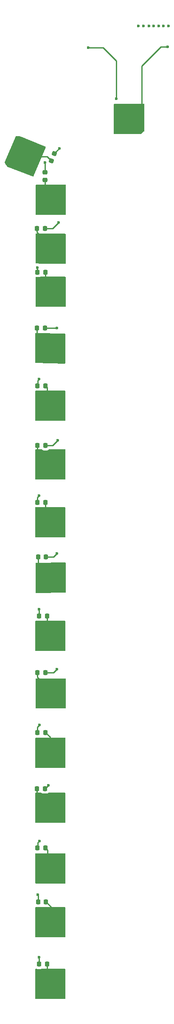
<source format=gbr>
%TF.GenerationSoftware,KiCad,Pcbnew,8.0.2*%
%TF.CreationDate,2025-02-04T18:06:59+01:00*%
%TF.ProjectId,FT25_AMS_VSENS,46543235-5f41-44d5-935f-5653454e532e,rev?*%
%TF.SameCoordinates,Original*%
%TF.FileFunction,Copper,L1,Top*%
%TF.FilePolarity,Positive*%
%FSLAX46Y46*%
G04 Gerber Fmt 4.6, Leading zero omitted, Abs format (unit mm)*
G04 Created by KiCad (PCBNEW 8.0.2) date 2025-02-04 18:06:59*
%MOMM*%
%LPD*%
G01*
G04 APERTURE LIST*
G04 Aperture macros list*
%AMRoundRect*
0 Rectangle with rounded corners*
0 $1 Rounding radius*
0 $2 $3 $4 $5 $6 $7 $8 $9 X,Y pos of 4 corners*
0 Add a 4 corners polygon primitive as box body*
4,1,4,$2,$3,$4,$5,$6,$7,$8,$9,$2,$3,0*
0 Add four circle primitives for the rounded corners*
1,1,$1+$1,$2,$3*
1,1,$1+$1,$4,$5*
1,1,$1+$1,$6,$7*
1,1,$1+$1,$8,$9*
0 Add four rect primitives between the rounded corners*
20,1,$1+$1,$2,$3,$4,$5,0*
20,1,$1+$1,$4,$5,$6,$7,0*
20,1,$1+$1,$6,$7,$8,$9,0*
20,1,$1+$1,$8,$9,$2,$3,0*%
G04 Aperture macros list end*
%TA.AperFunction,SMDPad,CuDef*%
%ADD10RoundRect,0.218750X0.218750X0.256250X-0.218750X0.256250X-0.218750X-0.256250X0.218750X-0.256250X0*%
%TD*%
%TA.AperFunction,SMDPad,CuDef*%
%ADD11RoundRect,0.218750X-0.218750X-0.256250X0.218750X-0.256250X0.218750X0.256250X-0.218750X0.256250X0*%
%TD*%
%TA.AperFunction,SMDPad,CuDef*%
%ADD12RoundRect,0.381000X0.381000X-0.762000X0.381000X0.762000X-0.381000X0.762000X-0.381000X-0.762000X0*%
%TD*%
%TA.AperFunction,SMDPad,CuDef*%
%ADD13RoundRect,0.218750X-0.256250X0.218750X-0.256250X-0.218750X0.256250X-0.218750X0.256250X0.218750X0*%
%TD*%
%TA.AperFunction,SMDPad,CuDef*%
%ADD14RoundRect,0.381000X-0.381000X0.762000X-0.381000X-0.762000X0.381000X-0.762000X0.381000X0.762000X0*%
%TD*%
%TA.AperFunction,SMDPad,CuDef*%
%ADD15RoundRect,0.381000X-0.849799X-0.060393X0.558194X-0.643603X0.849799X0.060393X-0.558194X0.643603X0*%
%TD*%
%TA.AperFunction,SMDPad,CuDef*%
%ADD16RoundRect,0.218750X-0.165979X0.293200X-0.315613X-0.117915X0.165979X-0.293200X0.315613X0.117915X0*%
%TD*%
%TA.AperFunction,ViaPad*%
%ADD17C,0.600000*%
%TD*%
%TA.AperFunction,Conductor*%
%ADD18C,0.250000*%
%TD*%
G04 APERTURE END LIST*
D10*
%TO.P,F4,1*%
%TO.N,/V4*%
X198887500Y-148900000D03*
%TO.P,F4,2*%
%TO.N,Net-(J14-Pin_1)*%
X197312500Y-148900000D03*
%TD*%
D11*
%TO.P,F8,1*%
%TO.N,/V8*%
X197512500Y-229900000D03*
%TO.P,F8,2*%
%TO.N,Net-(J10-Pin_1)*%
X199087500Y-229900000D03*
%TD*%
D10*
%TO.P,F2,1*%
%TO.N,/V2*%
X198687500Y-103300000D03*
%TO.P,F2,2*%
%TO.N,Net-(J16-Pin_1)*%
X197112500Y-103300000D03*
%TD*%
D12*
%TO.P,J12,1,Pin_1*%
%TO.N,Net-(J12-Pin_1)*%
X199750000Y-198600000D03*
%TD*%
%TO.P,J17,1,Pin_1*%
%TO.N,Net-(J17-Pin_1)*%
X199750000Y-87350000D03*
%TD*%
%TO.P,J16,1,Pin_1*%
%TO.N,Net-(J16-Pin_1)*%
X199750000Y-107100000D03*
%TD*%
D13*
%TO.P,F15,1*%
%TO.N,/V15*%
X198700000Y-72312499D03*
%TO.P,F15,2*%
%TO.N,Net-(J3-Pin_1)*%
X198700000Y-73887501D03*
%TD*%
D14*
%TO.P,J11,1,Pin_1*%
%TO.N,Net-(J11-Pin_1)*%
X199750000Y-221850000D03*
%TD*%
D12*
%TO.P,J4,1,Pin_1*%
%TO.N,Net-(J4-Pin_1)*%
X199950000Y-95942699D03*
%TD*%
%TO.P,J9,1,Pin_1*%
%TO.N,Net-(J9-Pin_1)*%
X199776785Y-210600000D03*
%TD*%
D10*
%TO.P,F5,1*%
%TO.N,/V5*%
X198787500Y-171900000D03*
%TO.P,F5,2*%
%TO.N,Net-(J13-Pin_1)*%
X197212500Y-171900000D03*
%TD*%
D11*
%TO.P,F11,1*%
%TO.N,/V11*%
X197512500Y-160600000D03*
%TO.P,F11,2*%
%TO.N,Net-(J7-Pin_1)*%
X199087500Y-160600000D03*
%TD*%
D10*
%TO.P,F1,1*%
%TO.N,/V1*%
X198687501Y-83500000D03*
%TO.P,F1,2*%
%TO.N,Net-(J17-Pin_1)*%
X197112499Y-83500000D03*
%TD*%
D12*
%TO.P,J8,1,Pin_1*%
%TO.N,Net-(J8-Pin_1)*%
X199776785Y-187657301D03*
%TD*%
%TO.P,J1,1,Pin_1*%
%TO.N,GND*%
X215800000Y-62000000D03*
%TD*%
D10*
%TO.P,F6,1*%
%TO.N,/V6*%
X198687500Y-195000000D03*
%TO.P,F6,2*%
%TO.N,Net-(J12-Pin_1)*%
X197112500Y-195000000D03*
%TD*%
D15*
%TO.P,J2,1,Pin_1*%
%TO.N,Net-(J2-Pin_1)*%
X194500000Y-69200000D03*
%TD*%
D16*
%TO.P,F16,1*%
%TO.N,VBUS*%
X200519340Y-68559992D03*
%TO.P,F16,2*%
%TO.N,Net-(J2-Pin_1)*%
X199980660Y-70040008D03*
%TD*%
D11*
%TO.P,F10,1*%
%TO.N,/V10*%
X197212500Y-183800000D03*
%TO.P,F10,2*%
%TO.N,Net-(J8-Pin_1)*%
X198787500Y-183800000D03*
%TD*%
%TO.P,F9,1*%
%TO.N,/V9*%
X197212500Y-206800000D03*
%TO.P,F9,2*%
%TO.N,Net-(J9-Pin_1)*%
X198787500Y-206800000D03*
%TD*%
%TO.P,F14,1*%
%TO.N,/V14*%
X197212500Y-92200000D03*
%TO.P,F14,2*%
%TO.N,Net-(J4-Pin_1)*%
X198787500Y-92200000D03*
%TD*%
%TO.P,F12,1*%
%TO.N,/V12*%
X197212500Y-138000000D03*
%TO.P,F12,2*%
%TO.N,Net-(J6-Pin_1)*%
X198787500Y-138000000D03*
%TD*%
D12*
%TO.P,J6,1,Pin_1*%
%TO.N,Net-(J6-Pin_1)*%
X199750000Y-141600000D03*
%TD*%
D14*
%TO.P,J14,1,Pin_1*%
%TO.N,Net-(J14-Pin_1)*%
X199750000Y-153100000D03*
%TD*%
%TO.P,J10,1,Pin_1*%
%TO.N,Net-(J10-Pin_1)*%
X199750000Y-233600000D03*
%TD*%
%TO.P,J13,1,Pin_1*%
%TO.N,Net-(J13-Pin_1)*%
X199750000Y-175850000D03*
%TD*%
D10*
%TO.P,F3,1*%
%TO.N,/V3*%
X198787500Y-126700000D03*
%TO.P,F3,2*%
%TO.N,Net-(J15-Pin_1)*%
X197212500Y-126700000D03*
%TD*%
D12*
%TO.P,J5,1,Pin_1*%
%TO.N,Net-(J5-Pin_1)*%
X199750000Y-118600000D03*
%TD*%
D11*
%TO.P,F13,1*%
%TO.N,/V13*%
X197212500Y-114800000D03*
%TO.P,F13,2*%
%TO.N,Net-(J5-Pin_1)*%
X198787500Y-114800000D03*
%TD*%
D12*
%TO.P,J7,1,Pin_1*%
%TO.N,Net-(J7-Pin_1)*%
X199776785Y-164407301D03*
%TD*%
D14*
%TO.P,J15,1,Pin_1*%
%TO.N,Net-(J15-Pin_1)*%
X199750000Y-130600000D03*
%TD*%
D11*
%TO.P,F7,1*%
%TO.N,/V7*%
X197312500Y-217500000D03*
%TO.P,F7,2*%
%TO.N,Net-(J11-Pin_1)*%
X198887500Y-217500000D03*
%TD*%
D12*
%TO.P,J3,1,Pin_1*%
%TO.N,Net-(J3-Pin_1)*%
X200000000Y-78100000D03*
%TD*%
D17*
%TO.N,/V1*%
X201425000Y-82300000D03*
X223300000Y-43200000D03*
%TO.N,/V2*%
X201100000Y-103300000D03*
X222300000Y-43200000D03*
%TO.N,/V3*%
X221400000Y-43200000D03*
X201200000Y-125700000D03*
%TO.N,/V4*%
X201100000Y-148200000D03*
X220400000Y-43200000D03*
%TO.N,/V5*%
X219400000Y-43200000D03*
X201100000Y-171200000D03*
%TO.N,/V6*%
X218300000Y-43200000D03*
X199400000Y-194287500D03*
%TO.N,/V7*%
X197300000Y-216100000D03*
X217300000Y-43200000D03*
%TO.N,/V8*%
X197500000Y-228500000D03*
%TO.N,/V9*%
X197600000Y-205400000D03*
%TO.N,/V10*%
X197600000Y-182300000D03*
%TO.N,/V11*%
X197500000Y-159300000D03*
%TO.N,/V12*%
X197500000Y-136700000D03*
%TO.N,/V13*%
X197550000Y-113450000D03*
%TO.N,/V14*%
X197150000Y-91250000D03*
%TO.N,/V15*%
X198718423Y-70342190D03*
%TO.N,VBUS*%
X212900000Y-57650000D03*
X207350000Y-47500000D03*
X201605503Y-67621559D03*
%TO.N,GND*%
X223150000Y-47350000D03*
%TD*%
D18*
%TO.N,/V1*%
X201425000Y-82300000D02*
X200225000Y-83500000D01*
X200225000Y-83500000D02*
X198687501Y-83500000D01*
%TO.N,/V2*%
X198687500Y-103300000D02*
X201100000Y-103300000D01*
%TO.N,/V3*%
X200200000Y-126700000D02*
X201200000Y-125700000D01*
X198787500Y-126700000D02*
X200200000Y-126700000D01*
%TO.N,/V4*%
X198887500Y-148900000D02*
X200400000Y-148900000D01*
X200400000Y-148900000D02*
X201100000Y-148200000D01*
%TO.N,/V5*%
X200400000Y-171900000D02*
X201100000Y-171200000D01*
X198787500Y-171900000D02*
X200400000Y-171900000D01*
%TO.N,/V6*%
X199400000Y-194287500D02*
X198687500Y-195000000D01*
%TO.N,/V7*%
X197312500Y-217500000D02*
X197312500Y-216112500D01*
X197312500Y-216112500D02*
X197300000Y-216100000D01*
%TO.N,/V8*%
X197512500Y-228512500D02*
X197500000Y-228500000D01*
X197512500Y-229900000D02*
X197512500Y-228512500D01*
%TO.N,/V9*%
X197300000Y-205700000D02*
X197600000Y-205400000D01*
X197212500Y-206800000D02*
X197300000Y-206712500D01*
X197300000Y-206712500D02*
X197300000Y-205700000D01*
%TO.N,/V10*%
X197200000Y-182700000D02*
X197600000Y-182300000D01*
X197212500Y-183800000D02*
X197200000Y-183787500D01*
X197200000Y-183787500D02*
X197200000Y-182700000D01*
%TO.N,/V11*%
X197512500Y-159312500D02*
X197500000Y-159300000D01*
X197512500Y-160600000D02*
X197512500Y-159312500D01*
%TO.N,/V12*%
X197212500Y-138000000D02*
X197212500Y-136987500D01*
X197212500Y-136987500D02*
X197500000Y-136700000D01*
%TO.N,/V13*%
X197550000Y-113450000D02*
X197300000Y-113700000D01*
X197300000Y-113700000D02*
X197300000Y-114712500D01*
X197300000Y-114712500D02*
X197212500Y-114800000D01*
%TO.N,/V14*%
X197150000Y-91250000D02*
X197150000Y-92137500D01*
X197150000Y-92137500D02*
X197212500Y-92200000D01*
%TO.N,/V15*%
X198700000Y-70360613D02*
X198700000Y-72312499D01*
X198718423Y-70342190D02*
X198700000Y-70360613D01*
%TO.N,Net-(J17-Pin_1)*%
X197112499Y-84262499D02*
X199750000Y-86900000D01*
X199750000Y-86900000D02*
X199750000Y-87350000D01*
X197112499Y-83500000D02*
X197112499Y-84262499D01*
%TO.N,VBUS*%
X210300000Y-47500000D02*
X212900000Y-50100000D01*
X207350000Y-47500000D02*
X210300000Y-47500000D01*
X201457773Y-67621559D02*
X200519340Y-68559992D01*
X201605503Y-67621559D02*
X201457773Y-67621559D01*
X212900000Y-50100000D02*
X212900000Y-57650000D01*
%TO.N,GND*%
X218000000Y-51150000D02*
X218000000Y-59350000D01*
X218000000Y-59350000D02*
X215800000Y-61550000D01*
X221800000Y-47350000D02*
X218000000Y-51150000D01*
X215800000Y-61550000D02*
X215800000Y-62000000D01*
X223150000Y-47350000D02*
X221800000Y-47350000D01*
%TO.N,Net-(J16-Pin_1)*%
X197112500Y-104462500D02*
X199750000Y-107100000D01*
X197112500Y-103300000D02*
X197112500Y-104462500D01*
%TO.N,Net-(J15-Pin_1)*%
X197212500Y-128062500D02*
X199750000Y-130600000D01*
X197212500Y-126700000D02*
X197212500Y-128062500D01*
%TO.N,Net-(J14-Pin_1)*%
X197312500Y-150662500D02*
X199750000Y-153100000D01*
X197312500Y-148900000D02*
X197312500Y-150662500D01*
%TO.N,Net-(J13-Pin_1)*%
X197212500Y-171900000D02*
X197212500Y-172812500D01*
X199750000Y-175350000D02*
X199750000Y-175850000D01*
X197212500Y-172812500D02*
X199750000Y-175350000D01*
%TO.N,Net-(J12-Pin_1)*%
X197112500Y-195962500D02*
X199750000Y-198600000D01*
X197112500Y-195000000D02*
X197112500Y-195962500D01*
%TO.N,Net-(J11-Pin_1)*%
X200100000Y-218712500D02*
X200100000Y-221500000D01*
X200100000Y-221500000D02*
X199750000Y-221850000D01*
X198887500Y-217500000D02*
X200100000Y-218712500D01*
%TO.N,Net-(J10-Pin_1)*%
X199087500Y-229900000D02*
X199087500Y-232937500D01*
X199087500Y-232937500D02*
X199750000Y-233600000D01*
%TO.N,Net-(J9-Pin_1)*%
X199187500Y-210010715D02*
X199776785Y-210600000D01*
X198787500Y-206800000D02*
X199187500Y-207200000D01*
X199187500Y-207200000D02*
X199187500Y-210010715D01*
%TO.N,Net-(J8-Pin_1)*%
X198787500Y-183800000D02*
X199700000Y-184712500D01*
X199700000Y-187580516D02*
X199776785Y-187657301D01*
X199700000Y-184712500D02*
X199700000Y-187580516D01*
%TO.N,Net-(J7-Pin_1)*%
X199087500Y-160600000D02*
X199087500Y-163718016D01*
X199087500Y-163718016D02*
X199776785Y-164407301D01*
%TO.N,Net-(J6-Pin_1)*%
X198787500Y-140637500D02*
X199750000Y-141600000D01*
X198787500Y-138000000D02*
X198787500Y-140637500D01*
%TO.N,Net-(J5-Pin_1)*%
X198787500Y-114800000D02*
X199087500Y-115100000D01*
X199087500Y-117937500D02*
X199750000Y-118600000D01*
X199087500Y-115100000D02*
X199087500Y-117937500D01*
%TO.N,Net-(J4-Pin_1)*%
X198787500Y-94780199D02*
X199950000Y-95942699D01*
X198787500Y-92200000D02*
X198787500Y-94780199D01*
%TO.N,Net-(J3-Pin_1)*%
X198700000Y-76400000D02*
X198700000Y-73887501D01*
X200000000Y-77700000D02*
X198700000Y-76400000D01*
X200000000Y-78100000D02*
X200000000Y-77700000D01*
%TO.N,Net-(J2-Pin_1)*%
X194500000Y-69200000D02*
X199140652Y-69200000D01*
X199140652Y-69200000D02*
X199980660Y-70040008D01*
%TD*%
%TA.AperFunction,Conductor*%
%TO.N,Net-(J14-Pin_1)*%
G36*
X202791306Y-149963356D02*
G01*
X202837928Y-150015396D01*
X202850000Y-150068765D01*
X202850000Y-155876871D01*
X202830315Y-155943910D01*
X202777511Y-155989665D01*
X202726875Y-156000868D01*
X196924875Y-156041817D01*
X196857698Y-156022606D01*
X196811572Y-155970126D01*
X196800000Y-155917820D01*
X196800000Y-150164666D01*
X196819685Y-150097627D01*
X196872489Y-150051872D01*
X196921949Y-150040683D01*
X202723952Y-149944782D01*
X202791306Y-149963356D01*
G37*
%TD.AperFunction*%
%TD*%
%TA.AperFunction,Conductor*%
%TO.N,Net-(J9-Pin_1)*%
G36*
X202743039Y-207869685D02*
G01*
X202788794Y-207922489D01*
X202800000Y-207974000D01*
X202800000Y-213726000D01*
X202780315Y-213793039D01*
X202727511Y-213838794D01*
X202676000Y-213850000D01*
X196874000Y-213850000D01*
X196806961Y-213830315D01*
X196761206Y-213777511D01*
X196750000Y-213726000D01*
X196750000Y-207974000D01*
X196769685Y-207906961D01*
X196822489Y-207861206D01*
X196874000Y-207850000D01*
X202676000Y-207850000D01*
X202743039Y-207869685D01*
G37*
%TD.AperFunction*%
%TD*%
%TA.AperFunction,Conductor*%
%TO.N,Net-(J15-Pin_1)*%
G36*
X198053704Y-127462384D02*
G01*
X198074346Y-127479018D01*
X198119608Y-127524280D01*
X198119612Y-127524283D01*
X198262704Y-127612544D01*
X198262707Y-127612545D01*
X198262713Y-127612549D01*
X198422315Y-127665436D01*
X198520826Y-127675500D01*
X198520831Y-127675500D01*
X199054169Y-127675500D01*
X199054174Y-127675500D01*
X199152685Y-127665436D01*
X199312287Y-127612549D01*
X199455391Y-127524281D01*
X199500654Y-127479018D01*
X199561977Y-127445533D01*
X199588335Y-127442699D01*
X202676000Y-127442699D01*
X202743039Y-127462384D01*
X202788794Y-127515188D01*
X202800000Y-127566699D01*
X202800000Y-133318699D01*
X202780315Y-133385738D01*
X202727511Y-133431493D01*
X202676000Y-133442699D01*
X196874000Y-133442699D01*
X196806961Y-133423014D01*
X196761206Y-133370210D01*
X196750000Y-133318699D01*
X196750000Y-127566699D01*
X196769685Y-127499660D01*
X196822489Y-127453905D01*
X196874000Y-127442699D01*
X197986665Y-127442699D01*
X198053704Y-127462384D01*
G37*
%TD.AperFunction*%
%TD*%
%TA.AperFunction,Conductor*%
%TO.N,Net-(J10-Pin_1)*%
G36*
X197119725Y-230856293D02*
G01*
X197147315Y-230865436D01*
X197245826Y-230875500D01*
X197245831Y-230875500D01*
X197779169Y-230875500D01*
X197779174Y-230875500D01*
X197877685Y-230865436D01*
X197905274Y-230856293D01*
X197944278Y-230850000D01*
X202649215Y-230850000D01*
X202716254Y-230869685D01*
X202762009Y-230922489D01*
X202773215Y-230974000D01*
X202773215Y-236726000D01*
X202753530Y-236793039D01*
X202700726Y-236838794D01*
X202649215Y-236850000D01*
X196847215Y-236850000D01*
X196780176Y-236830315D01*
X196734421Y-236777511D01*
X196723215Y-236726000D01*
X196723215Y-230974000D01*
X196742900Y-230906961D01*
X196795704Y-230861206D01*
X196847215Y-230850000D01*
X197080722Y-230850000D01*
X197119725Y-230856293D01*
G37*
%TD.AperFunction*%
%TD*%
%TA.AperFunction,Conductor*%
%TO.N,Net-(J4-Pin_1)*%
G36*
X202786254Y-93119685D02*
G01*
X202832009Y-93172489D01*
X202843215Y-93224000D01*
X202843215Y-98976000D01*
X202823530Y-99043039D01*
X202770726Y-99088794D01*
X202719215Y-99100000D01*
X196917215Y-99100000D01*
X196850176Y-99080315D01*
X196804421Y-99027511D01*
X196793215Y-98976000D01*
X196793215Y-93297222D01*
X196812900Y-93230183D01*
X196865704Y-93184428D01*
X196929822Y-93173865D01*
X196945826Y-93175500D01*
X196945831Y-93175500D01*
X197479169Y-93175500D01*
X197479174Y-93175500D01*
X197577685Y-93165436D01*
X197737287Y-93112549D01*
X197737293Y-93112544D01*
X197739285Y-93111617D01*
X197741741Y-93111072D01*
X197744142Y-93110277D01*
X197744223Y-93110522D01*
X197791688Y-93100000D01*
X202719215Y-93100000D01*
X202786254Y-93119685D01*
G37*
%TD.AperFunction*%
%TD*%
%TA.AperFunction,Conductor*%
%TO.N,Net-(J12-Pin_1)*%
G36*
X198003704Y-195812384D02*
G01*
X198013543Y-195820312D01*
X198013946Y-195819803D01*
X198019612Y-195824283D01*
X198162704Y-195912544D01*
X198162707Y-195912545D01*
X198162713Y-195912549D01*
X198322315Y-195965436D01*
X198420826Y-195975500D01*
X198420831Y-195975500D01*
X198954169Y-195975500D01*
X198954174Y-195975500D01*
X199052685Y-195965436D01*
X199212287Y-195912549D01*
X199355391Y-195824281D01*
X199355396Y-195824275D01*
X199361054Y-195819803D01*
X199363006Y-195822272D01*
X199411977Y-195795533D01*
X199438335Y-195792699D01*
X202649215Y-195792699D01*
X202716254Y-195812384D01*
X202762009Y-195865188D01*
X202773215Y-195916699D01*
X202773215Y-201668699D01*
X202753530Y-201735738D01*
X202700726Y-201781493D01*
X202649215Y-201792699D01*
X196847215Y-201792699D01*
X196780176Y-201773014D01*
X196734421Y-201720210D01*
X196723215Y-201668699D01*
X196723215Y-195916699D01*
X196742900Y-195849660D01*
X196795704Y-195803905D01*
X196847215Y-195792699D01*
X197936665Y-195792699D01*
X198003704Y-195812384D01*
G37*
%TD.AperFunction*%
%TD*%
%TA.AperFunction,Conductor*%
%TO.N,Net-(J3-Pin_1)*%
G36*
X202816254Y-74812384D02*
G01*
X202862009Y-74865188D01*
X202873215Y-74916699D01*
X202873215Y-80668699D01*
X202853530Y-80735738D01*
X202800726Y-80781493D01*
X202749215Y-80792699D01*
X196947215Y-80792699D01*
X196880176Y-80773014D01*
X196834421Y-80720210D01*
X196823215Y-80668699D01*
X196823215Y-74916699D01*
X196842900Y-74849660D01*
X196895704Y-74803905D01*
X196947215Y-74792699D01*
X202749215Y-74792699D01*
X202816254Y-74812384D01*
G37*
%TD.AperFunction*%
%TD*%
%TA.AperFunction,Conductor*%
%TO.N,Net-(J17-Pin_1)*%
G36*
X202786254Y-84562384D02*
G01*
X202832009Y-84615188D01*
X202843215Y-84666699D01*
X202843215Y-90418699D01*
X202823530Y-90485738D01*
X202770726Y-90531493D01*
X202719215Y-90542699D01*
X197564668Y-90542699D01*
X197506427Y-90525918D01*
X197505795Y-90527232D01*
X197499521Y-90524210D01*
X197329262Y-90464633D01*
X197329249Y-90464630D01*
X197150004Y-90444435D01*
X197149996Y-90444435D01*
X196970750Y-90464630D01*
X196970742Y-90464632D01*
X196958169Y-90469032D01*
X196888390Y-90472593D01*
X196827763Y-90437864D01*
X196795536Y-90375870D01*
X196793215Y-90351990D01*
X196793215Y-84666699D01*
X196812900Y-84599660D01*
X196865704Y-84553905D01*
X196917215Y-84542699D01*
X202719215Y-84542699D01*
X202786254Y-84562384D01*
G37*
%TD.AperFunction*%
%TD*%
%TA.AperFunction,Conductor*%
%TO.N,Net-(J8-Pin_1)*%
G36*
X202743039Y-184869685D02*
G01*
X202788794Y-184922489D01*
X202800000Y-184974000D01*
X202800000Y-190726000D01*
X202780315Y-190793039D01*
X202727511Y-190838794D01*
X202676000Y-190850000D01*
X196874000Y-190850000D01*
X196806961Y-190830315D01*
X196761206Y-190777511D01*
X196750000Y-190726000D01*
X196750000Y-184974000D01*
X196769685Y-184906961D01*
X196822489Y-184861206D01*
X196874000Y-184850000D01*
X202676000Y-184850000D01*
X202743039Y-184869685D01*
G37*
%TD.AperFunction*%
%TD*%
%TA.AperFunction,Conductor*%
%TO.N,Net-(J2-Pin_1)*%
G36*
X193367291Y-65107870D02*
G01*
X193384400Y-65109656D01*
X193390366Y-65110701D01*
X193599676Y-65147366D01*
X193616372Y-65151502D01*
X193827566Y-65219682D01*
X193835622Y-65222594D01*
X198472164Y-67083696D01*
X198472172Y-67083701D01*
X198483814Y-67088373D01*
X198483816Y-67088375D01*
X198513809Y-67100413D01*
X198513813Y-67100416D01*
X198513814Y-67100415D01*
X198564697Y-67120840D01*
X198564698Y-67120840D01*
X198572184Y-67123845D01*
X198572573Y-67123971D01*
X198719773Y-67183052D01*
X198755312Y-67194006D01*
X198813579Y-67232564D01*
X198841751Y-67296502D01*
X198833250Y-67360197D01*
X196446358Y-73088738D01*
X196402403Y-73143050D01*
X196336063Y-73164976D01*
X196287468Y-73156814D01*
X191397234Y-71280108D01*
X191373408Y-71267865D01*
X191280197Y-71206411D01*
X191266967Y-71196355D01*
X191107827Y-71057621D01*
X191096061Y-71045885D01*
X190956912Y-70887128D01*
X190946823Y-70873929D01*
X190830150Y-70697987D01*
X190821914Y-70683553D01*
X190729811Y-70493583D01*
X190723580Y-70478177D01*
X190677392Y-70337538D01*
X190675176Y-70267704D01*
X190680961Y-70250627D01*
X192814189Y-65198633D01*
X192858401Y-65144534D01*
X192915509Y-65123547D01*
X193131682Y-65100917D01*
X193148851Y-65100318D01*
X193367291Y-65107870D01*
G37*
%TD.AperFunction*%
%TD*%
%TA.AperFunction,Conductor*%
%TO.N,Net-(J11-Pin_1)*%
G36*
X202716254Y-218562384D02*
G01*
X202762009Y-218615188D01*
X202773215Y-218666699D01*
X202773215Y-224418699D01*
X202753530Y-224485738D01*
X202700726Y-224531493D01*
X202649215Y-224542699D01*
X196847215Y-224542699D01*
X196780176Y-224523014D01*
X196734421Y-224470210D01*
X196723215Y-224418699D01*
X196723215Y-218666699D01*
X196742900Y-218599660D01*
X196795704Y-218553905D01*
X196847215Y-218542699D01*
X202649215Y-218542699D01*
X202716254Y-218562384D01*
G37*
%TD.AperFunction*%
%TD*%
%TA.AperFunction,Conductor*%
%TO.N,Net-(J13-Pin_1)*%
G36*
X202793039Y-173062384D02*
G01*
X202838794Y-173115188D01*
X202850000Y-173166699D01*
X202850000Y-178918699D01*
X202830315Y-178985738D01*
X202777511Y-179031493D01*
X202726000Y-179042699D01*
X196924000Y-179042699D01*
X196856961Y-179023014D01*
X196811206Y-178970210D01*
X196800000Y-178918699D01*
X196800000Y-173166699D01*
X196819685Y-173099660D01*
X196872489Y-173053905D01*
X196924000Y-173042699D01*
X202726000Y-173042699D01*
X202793039Y-173062384D01*
G37*
%TD.AperFunction*%
%TD*%
%TA.AperFunction,Conductor*%
%TO.N,Net-(J5-Pin_1)*%
G36*
X202716254Y-115812384D02*
G01*
X202762009Y-115865188D01*
X202773215Y-115916699D01*
X202773215Y-121668699D01*
X202753530Y-121735738D01*
X202700726Y-121781493D01*
X202649215Y-121792699D01*
X196847215Y-121792699D01*
X196780176Y-121773014D01*
X196734421Y-121720210D01*
X196723215Y-121668699D01*
X196723215Y-115916699D01*
X196742900Y-115849660D01*
X196795704Y-115803905D01*
X196847215Y-115792699D01*
X202649215Y-115792699D01*
X202716254Y-115812384D01*
G37*
%TD.AperFunction*%
%TD*%
%TA.AperFunction,Conductor*%
%TO.N,GND*%
G36*
X218493039Y-58712384D02*
G01*
X218538794Y-58765188D01*
X218550000Y-58816699D01*
X218550000Y-64084016D01*
X218530315Y-64151055D01*
X218503915Y-64180479D01*
X218483973Y-64196586D01*
X218481159Y-64198860D01*
X218474368Y-64203970D01*
X218442957Y-64225964D01*
X218442952Y-64225968D01*
X217808417Y-64670274D01*
X217742211Y-64692601D01*
X217737294Y-64692699D01*
X212524000Y-64692699D01*
X212456961Y-64673014D01*
X212411206Y-64620210D01*
X212400000Y-64568699D01*
X212400000Y-59135492D01*
X212400891Y-59120651D01*
X212403968Y-59095125D01*
X212403968Y-59095121D01*
X212403906Y-58956934D01*
X212403906Y-58816699D01*
X212423591Y-58749660D01*
X212476395Y-58703905D01*
X212527906Y-58692699D01*
X218426000Y-58692699D01*
X218493039Y-58712384D01*
G37*
%TD.AperFunction*%
%TD*%
%TA.AperFunction,Conductor*%
%TO.N,Net-(J7-Pin_1)*%
G36*
X202743039Y-161619685D02*
G01*
X202788794Y-161672489D01*
X202800000Y-161724000D01*
X202800000Y-167476000D01*
X202780315Y-167543039D01*
X202727511Y-167588794D01*
X202676000Y-167600000D01*
X196874000Y-167600000D01*
X196806961Y-167580315D01*
X196761206Y-167527511D01*
X196750000Y-167476000D01*
X196750000Y-161724000D01*
X196769685Y-161656961D01*
X196822489Y-161611206D01*
X196874000Y-161600000D01*
X202676000Y-161600000D01*
X202743039Y-161619685D01*
G37*
%TD.AperFunction*%
%TD*%
%TA.AperFunction,Conductor*%
%TO.N,Net-(J6-Pin_1)*%
G36*
X196919024Y-138972761D02*
G01*
X196945826Y-138975500D01*
X196945831Y-138975500D01*
X197479169Y-138975500D01*
X197479174Y-138975500D01*
X197505975Y-138972761D01*
X197518577Y-138972120D01*
X202642430Y-138972120D01*
X202709469Y-138991805D01*
X202755224Y-139044609D01*
X202766430Y-139096120D01*
X202766430Y-144848120D01*
X202746745Y-144915159D01*
X202693941Y-144960914D01*
X202642430Y-144972120D01*
X196840430Y-144972120D01*
X196773391Y-144952435D01*
X196727636Y-144899631D01*
X196716430Y-144848120D01*
X196716430Y-139096120D01*
X196736115Y-139029081D01*
X196788919Y-138983326D01*
X196840430Y-138972120D01*
X196906423Y-138972120D01*
X196919024Y-138972761D01*
G37*
%TD.AperFunction*%
%TD*%
%TA.AperFunction,Conductor*%
%TO.N,Net-(J16-Pin_1)*%
G36*
X202651264Y-104390683D02*
G01*
X202717969Y-104411473D01*
X202762845Y-104465026D01*
X202773215Y-104514666D01*
X202773215Y-110266632D01*
X202753530Y-110333671D01*
X202700726Y-110379426D01*
X202647166Y-110390615D01*
X196845166Y-110294714D01*
X196778461Y-110273924D01*
X196733585Y-110220371D01*
X196723215Y-110170731D01*
X196723215Y-104418765D01*
X196742900Y-104351726D01*
X196795704Y-104305971D01*
X196849261Y-104294782D01*
X202651264Y-104390683D01*
G37*
%TD.AperFunction*%
%TD*%
M02*

</source>
